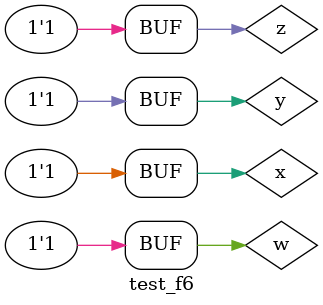
<source format=v>

module f6a ( output s, input x, input y, input w, input z);
    // descrever por expressao
    assign s =  (~x & ~y & ~w) | (~x & w & z) | (x & ~y & ~w) | (~y & w & z) | (x & ~w & z); 
endmodule // f6a

module test_f6;
// ------------------------- definir dados
    reg x;
    reg y;
    reg w;
    reg z;
    wire s;
    
    f6a moduloA (s, x, y, w, z); 

// ------------------------- parte principal
   initial
   begin : main
    $display("Guia_0603 - Rayssa Mell de Souza Silva - 860210");
    $display("Test module");
    $display("   x    y    w    z    s");
    // projetar testes do modulo
    $monitor("%4b %4b %4b %4b %4b", x, y, w, z, s);
       x = 1'b0; y = 1'b0; w = 1'b0; z = 1'b0; 
    #1 x = 1'b0; y = 1'b0; w = 1'b0; z = 1'b1;
    #1 x = 1'b0; y = 1'b0; w = 1'b1; z = 1'b0;
    #1 x = 1'b0; y = 1'b0; w = 1'b1; z = 1'b1;

    #1 x = 1'b0; y = 1'b1; w = 1'b0; z = 1'b0;
    #1 x = 1'b0; y = 1'b1; w = 1'b0; z = 1'b1;
    #1 x = 1'b0; y = 1'b1; w = 1'b1; z = 1'b0;
    #1 x = 1'b0; y = 1'b1; w = 1'b1; z = 1'b1;
    
    #1 x = 1'b1; y = 1'b0; w = 1'b0; z = 1'b0;
    #1 x = 1'b1; y = 1'b0; w = 1'b0; z = 1'b1;
    #1 x = 1'b1; y = 1'b0; w = 1'b1; z = 1'b0;
    #1 x = 1'b1; y = 1'b0; w = 1'b1; z = 1'b1;
    
    #1 x = 1'b1; y = 1'b1; w = 1'b0; z = 1'b0;
    #1 x = 1'b1; y = 1'b1; w = 1'b0; z = 1'b1;
    #1 x = 1'b1; y = 1'b1; w = 1'b1; z = 1'b0;
    #1 x = 1'b1; y = 1'b1; w = 1'b1; z = 1'b1;
end
endmodule // test_f6

/* Registro de Resultado 

a) f (x,y,w,z) = ∑ m ( 1, 2, 5, 8, 12, 13 )
Tabela Verdade: x    y    w    z    s
                0    0    0    0    0
                0    0    0    1    1
                0    0    1    0    1
                0    0    1    1    0
                0    1    0    0    0
                0    1    0    1    1
                0    1    1    0    0
                0    1    1    1    0
                1    0    0    0    1
                1    0    0    1    0
                1    0    1    0    0
                1    0    1    1    0
                1    1    0    0    1
                1    1    0    1    1
                1    1    1    0    0
                1    1    1    1    0

b) f (x,y,w,z) = ∑ m ( 0, 1, 3, 5, 7, 13, 15 ) => assign s =  (~x & ~y & ~w) | (~x & z) | (y & z);
Tabela Verdade: x    y    w    z    s
                0    0    0    0    1
                0    0    0    1    1
                0    0    1    0    0
                0    0    1    1    1
                0    1    0    0    0
                0    1    0    1    1
                0    1    1    0    0
                0    1    1    1    1
                1    0    0    0    0
                1    0    0    1    0
                1    0    1    0    0
                1    0    1    1    0
                1    1    0    0    0
                1    1    0    1    1
                1    1    1    0    0
                1    1    1    1    1

c) f (x,y,w,z) = ∑ m ( 0, 1, 2, 6, 7, 10, 14, 15 ) => assign s =  (~x & ~y & ~w) | (y &  w) |(w & ~z); 
Tabela Verdade: x    y    w    z    s
                0    0    0    0    1
                0    0    0    1    1
                0    0    1    0    1
                0    0    1    1    0
                0    1    0    0    0
                0    1    0    1    0
                0    1    1    0    1
                0    1    1    1    1
                1    0    0    0    0
                1    0    0    1    0
                1    0    1    0    1
                1    0    1    1    0
                1    1    0    0    0
                1    1    0    1    0
                1    1    1    0    1
                1    1    1    1    1

d) f (x,y,w,z) = ∑ m ( 2, 4, 6, 7, 10, 13, 14 ) => assign s =  (w & ~z) | (~x & y & ~z) | (~x & y & w) | (x & y & ~w & z); 
Tabela Verdade: x    y    w    z    s
                0    0    0    0    0
                0    0    0    1    0
                0    0    1    0    1
                0    0    1    1    0
                0    1    0    0    1
                0    1    0    1    0
                0    1    1    0    1
                0    1    1    1    1
                1    0    0    0    0
                1    0    0    1    0
                1    0    1    0    1
                1    0    1    1    0
                1    1    0    0    0
                1    1    0    1    1
                1    1    1    0    1
                1    1    1    1    0

e) f (x,y,w,z) = ∑ m ( 0, 1, 3, 7, 8, 9, 11, 13 ) => assign s =  (~x & ~y & ~w) | (~x & w & z) | (x & ~y & ~w) | (~y & w & z) | (x & ~w & z); 
Tabela Verdade: x    y    w    z    s
                0    0    0    0    1
                0    0    0    1    1
                0    0    1    0    0
                0    0    1    1    1
                0    1    0    0    0
                0    1    0    1    0
                0    1    1    0    0
                0    1    1    1    1
                1    0    0    0    1
                1    0    0    1    1
                1    0    1    0    0
                1    0    1    1    1
                1    1    0    0    0
                1    1    0    1    1
                1    1    1    0    0
                1    1    1    1    0

*/
</source>
